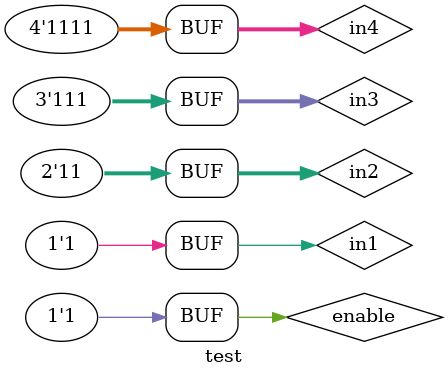
<source format=v>
module DECODER_1_2(
	output reg [1:0] out,
	input in,
	input enable);

	always @ (in or enable) begin
		out = 2'b00;
		if (enable) begin
			case (in)
				1'b0 : out = 2'b00;
				1'b1 : out = 2'b01;
				default : out = 2'b00;
			endcase
		end
	end

endmodule

module DECODER_2_4(
	output reg [3:0] out,
	input [1:0] in,
	input enable);

	always @ (in or enable) begin
		out = 4'b0000;
		if (enable) begin
			case (in)
				2'b00 : out = 4'b0000;
				2'b01 : out = 4'b0001;
				2'b10 : out = 4'b0010;
				2'b11 : out = 4'b0100;
				default : out = 4'b0000;
			endcase
		end
	end

endmodule

module DECODER_3_8(
	output reg [7:0] out,
	input [2:0] in,
	input enable);

	always @ (in or enable) begin
		out = 8'b00000000;
		if (enable) begin
			case (in)
				8'b000 : out = 8'b00000000;
				8'b001 : out = 8'b00000001;
				8'b010 : out = 8'b00000010;
				8'b011 : out = 8'b00000100;
				8'b100 : out = 8'b00001000;
				8'b101 : out = 8'b00010000;
				8'b110 : out = 8'b00100000;
				8'b111 : out = 8'b01000000;
				default : out = 8'b00000000;
			endcase
		end
	end

endmodule

module DECODER_4_16(
	output reg [15:0] out,
	input [3:0] in,
	input enable);

	always @ (in or enable) begin
		out = 4'b0000;
		if (enable) begin
			case (in)
				4'b0000 : out = 16'h0000;
				4'b0001 : out = 16'h0001;
				4'b0010 : out = 16'h0002;
				4'b0011 : out = 16'h0004;
				4'b0100 : out = 16'h0008;
				4'b0101 : out = 16'h0010;
				4'b0110 : out = 16'h0020;
				4'b0111 : out = 16'h0040;
				4'b1000 : out = 16'h0080;
				4'b1001 : out = 16'h0100;
				4'b1010 : out = 16'h0200;
				4'b1011 : out = 16'h0400;
				4'b1100 : out = 16'h0800;
				4'b1101 : out = 16'h1000;
				4'b1110 : out = 16'h2000;
				4'b1111 : out = 16'h4000;
				default : out = 16'h0000;
			endcase
		end
	end

endmodule

//To run the test uncomment this block

module test();


	wire [1:0] out2;
	wire [3:0] out4;
	wire [7:0] out8;
	wire [15:0] out16;

	reg in1;
	reg [1:0] in2;
	reg [2:0] in3;
	reg [3:0] in4;

	reg enable;

	DECODER_1_2 dec_1_2(out2, in1, enable);
	DECODER_2_4 dec_2_4(out4, in2, enable);
	DECODER_3_8 dec_3_8(out8, in3, enable);
	DECODER_4_16 dec_4_16(out16, in4, enable);

	initial begin
		
		enable = 1;

		#1 $display("\n1:2 Decoder");
		   $monitor("input = %b | output = %b",in1, out2);

		   in1 = 1'b0;
		#1 in1 = 1'b1;

		#1 $display("\n2:4 Decoder");
		   $monitor("input = %b | output = %b",in2, out4);

		   in2 = 4'b00;
		#1 in2 = 4'b01;
		#1 in2 = 4'b10;
		#1 in2 = 4'b11;

		#1 $display("\n3:8 Decoder");
		   $monitor("input = %b | output = %b",in3, out8);

		   in3 = 3'b000;
		#1 in3 = 3'b001;
		#1 in3 = 3'b010;
		#1 in3 = 3'b011;
		#1 in3 = 3'b100;
		#1 in3 = 3'b101;
		#1 in3 = 3'b110;
		#1 in3 = 3'b111;

		#1 $display("\n4:16 Decoder");
		   $monitor("input = %b | output(in hex) = %h",in4, out16);

		   in4 = 4'b0000;
		#1 in4 = 4'b0001;
		#1 in4 = 4'b0010;
		#1 in4 = 4'b0011;
		#1 in4 = 4'b0100;
		#1 in4 = 4'b0101;
		#1 in4 = 4'b0110;
		#1 in4 = 4'b0111;
		#1 in4 = 4'b1000;
		#1 in4 = 4'b1001;
		#1 in4 = 4'b1010;
		#1 in4 = 4'b1011;
		#1 in4 = 4'b1100;
		#1 in4 = 4'b1101;
		#1 in4 = 4'b1110;
		#1 in4 = 4'b1111;

	end 

endmodule
</source>
